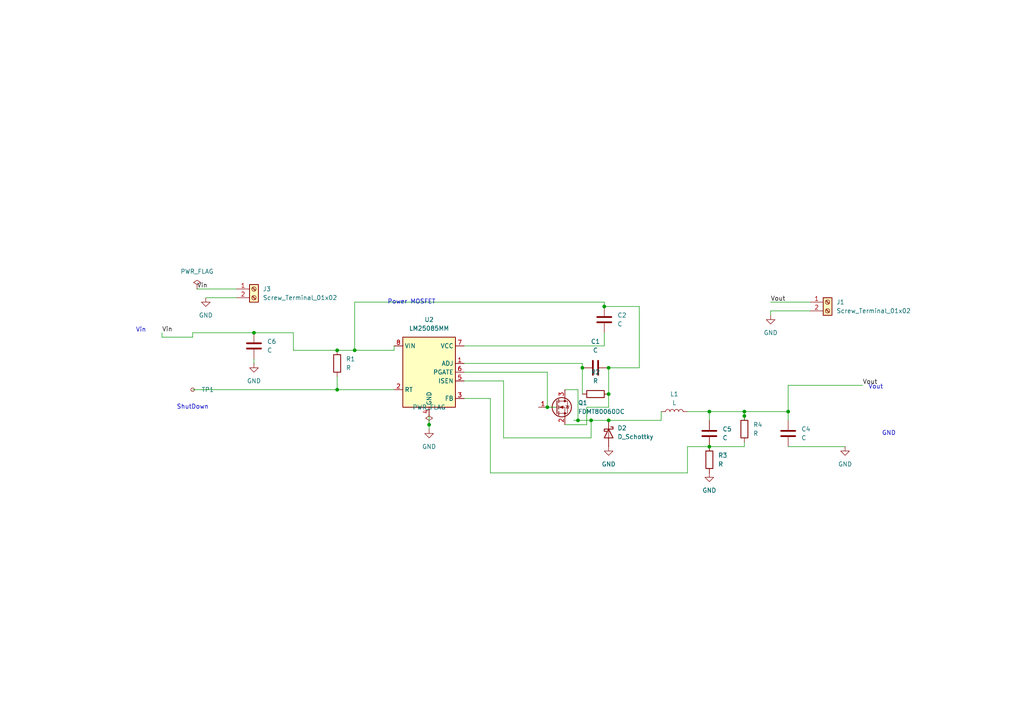
<source format=kicad_sch>
(kicad_sch
	(version 20250114)
	(generator "eeschema")
	(generator_version "9.0")
	(uuid "89853eac-c89e-402a-9158-6d9e70c89088")
	(paper "A4")
	(lib_symbols
		(symbol "Connector:Screw_Terminal_01x02"
			(pin_names
				(offset 1.016)
				(hide yes)
			)
			(exclude_from_sim no)
			(in_bom yes)
			(on_board yes)
			(property "Reference" "J"
				(at 0 2.54 0)
				(effects
					(font
						(size 1.27 1.27)
					)
				)
			)
			(property "Value" "Screw_Terminal_01x02"
				(at 0 -5.08 0)
				(effects
					(font
						(size 1.27 1.27)
					)
				)
			)
			(property "Footprint" ""
				(at 0 0 0)
				(effects
					(font
						(size 1.27 1.27)
					)
					(hide yes)
				)
			)
			(property "Datasheet" "~"
				(at 0 0 0)
				(effects
					(font
						(size 1.27 1.27)
					)
					(hide yes)
				)
			)
			(property "Description" "Generic screw terminal, single row, 01x02, script generated (kicad-library-utils/schlib/autogen/connector/)"
				(at 0 0 0)
				(effects
					(font
						(size 1.27 1.27)
					)
					(hide yes)
				)
			)
			(property "ki_keywords" "screw terminal"
				(at 0 0 0)
				(effects
					(font
						(size 1.27 1.27)
					)
					(hide yes)
				)
			)
			(property "ki_fp_filters" "TerminalBlock*:*"
				(at 0 0 0)
				(effects
					(font
						(size 1.27 1.27)
					)
					(hide yes)
				)
			)
			(symbol "Screw_Terminal_01x02_1_1"
				(rectangle
					(start -1.27 1.27)
					(end 1.27 -3.81)
					(stroke
						(width 0.254)
						(type default)
					)
					(fill
						(type background)
					)
				)
				(polyline
					(pts
						(xy -0.5334 0.3302) (xy 0.3302 -0.508)
					)
					(stroke
						(width 0.1524)
						(type default)
					)
					(fill
						(type none)
					)
				)
				(polyline
					(pts
						(xy -0.5334 -2.2098) (xy 0.3302 -3.048)
					)
					(stroke
						(width 0.1524)
						(type default)
					)
					(fill
						(type none)
					)
				)
				(polyline
					(pts
						(xy -0.3556 0.508) (xy 0.508 -0.3302)
					)
					(stroke
						(width 0.1524)
						(type default)
					)
					(fill
						(type none)
					)
				)
				(polyline
					(pts
						(xy -0.3556 -2.032) (xy 0.508 -2.8702)
					)
					(stroke
						(width 0.1524)
						(type default)
					)
					(fill
						(type none)
					)
				)
				(circle
					(center 0 0)
					(radius 0.635)
					(stroke
						(width 0.1524)
						(type default)
					)
					(fill
						(type none)
					)
				)
				(circle
					(center 0 -2.54)
					(radius 0.635)
					(stroke
						(width 0.1524)
						(type default)
					)
					(fill
						(type none)
					)
				)
				(pin passive line
					(at -5.08 0 0)
					(length 3.81)
					(name "Pin_1"
						(effects
							(font
								(size 1.27 1.27)
							)
						)
					)
					(number "1"
						(effects
							(font
								(size 1.27 1.27)
							)
						)
					)
				)
				(pin passive line
					(at -5.08 -2.54 0)
					(length 3.81)
					(name "Pin_2"
						(effects
							(font
								(size 1.27 1.27)
							)
						)
					)
					(number "2"
						(effects
							(font
								(size 1.27 1.27)
							)
						)
					)
				)
			)
			(embedded_fonts no)
		)
		(symbol "Device:C"
			(pin_numbers
				(hide yes)
			)
			(pin_names
				(offset 0.254)
			)
			(exclude_from_sim no)
			(in_bom yes)
			(on_board yes)
			(property "Reference" "C"
				(at 0.635 2.54 0)
				(effects
					(font
						(size 1.27 1.27)
					)
					(justify left)
				)
			)
			(property "Value" "C"
				(at 0.635 -2.54 0)
				(effects
					(font
						(size 1.27 1.27)
					)
					(justify left)
				)
			)
			(property "Footprint" ""
				(at 0.9652 -3.81 0)
				(effects
					(font
						(size 1.27 1.27)
					)
					(hide yes)
				)
			)
			(property "Datasheet" "~"
				(at 0 0 0)
				(effects
					(font
						(size 1.27 1.27)
					)
					(hide yes)
				)
			)
			(property "Description" "Unpolarized capacitor"
				(at 0 0 0)
				(effects
					(font
						(size 1.27 1.27)
					)
					(hide yes)
				)
			)
			(property "ki_keywords" "cap capacitor"
				(at 0 0 0)
				(effects
					(font
						(size 1.27 1.27)
					)
					(hide yes)
				)
			)
			(property "ki_fp_filters" "C_*"
				(at 0 0 0)
				(effects
					(font
						(size 1.27 1.27)
					)
					(hide yes)
				)
			)
			(symbol "C_0_1"
				(polyline
					(pts
						(xy -2.032 0.762) (xy 2.032 0.762)
					)
					(stroke
						(width 0.508)
						(type default)
					)
					(fill
						(type none)
					)
				)
				(polyline
					(pts
						(xy -2.032 -0.762) (xy 2.032 -0.762)
					)
					(stroke
						(width 0.508)
						(type default)
					)
					(fill
						(type none)
					)
				)
			)
			(symbol "C_1_1"
				(pin passive line
					(at 0 3.81 270)
					(length 2.794)
					(name "~"
						(effects
							(font
								(size 1.27 1.27)
							)
						)
					)
					(number "1"
						(effects
							(font
								(size 1.27 1.27)
							)
						)
					)
				)
				(pin passive line
					(at 0 -3.81 90)
					(length 2.794)
					(name "~"
						(effects
							(font
								(size 1.27 1.27)
							)
						)
					)
					(number "2"
						(effects
							(font
								(size 1.27 1.27)
							)
						)
					)
				)
			)
			(embedded_fonts no)
		)
		(symbol "Device:D_Schottky"
			(pin_numbers
				(hide yes)
			)
			(pin_names
				(offset 1.016)
				(hide yes)
			)
			(exclude_from_sim no)
			(in_bom yes)
			(on_board yes)
			(property "Reference" "D"
				(at 0 2.54 0)
				(effects
					(font
						(size 1.27 1.27)
					)
				)
			)
			(property "Value" "D_Schottky"
				(at 0 -2.54 0)
				(effects
					(font
						(size 1.27 1.27)
					)
				)
			)
			(property "Footprint" ""
				(at 0 0 0)
				(effects
					(font
						(size 1.27 1.27)
					)
					(hide yes)
				)
			)
			(property "Datasheet" "~"
				(at 0 0 0)
				(effects
					(font
						(size 1.27 1.27)
					)
					(hide yes)
				)
			)
			(property "Description" "Schottky diode"
				(at 0 0 0)
				(effects
					(font
						(size 1.27 1.27)
					)
					(hide yes)
				)
			)
			(property "ki_keywords" "diode Schottky"
				(at 0 0 0)
				(effects
					(font
						(size 1.27 1.27)
					)
					(hide yes)
				)
			)
			(property "ki_fp_filters" "TO-???* *_Diode_* *SingleDiode* D_*"
				(at 0 0 0)
				(effects
					(font
						(size 1.27 1.27)
					)
					(hide yes)
				)
			)
			(symbol "D_Schottky_0_1"
				(polyline
					(pts
						(xy -1.905 0.635) (xy -1.905 1.27) (xy -1.27 1.27) (xy -1.27 -1.27) (xy -0.635 -1.27) (xy -0.635 -0.635)
					)
					(stroke
						(width 0.254)
						(type default)
					)
					(fill
						(type none)
					)
				)
				(polyline
					(pts
						(xy 1.27 1.27) (xy 1.27 -1.27) (xy -1.27 0) (xy 1.27 1.27)
					)
					(stroke
						(width 0.254)
						(type default)
					)
					(fill
						(type none)
					)
				)
				(polyline
					(pts
						(xy 1.27 0) (xy -1.27 0)
					)
					(stroke
						(width 0)
						(type default)
					)
					(fill
						(type none)
					)
				)
			)
			(symbol "D_Schottky_1_1"
				(pin passive line
					(at -3.81 0 0)
					(length 2.54)
					(name "K"
						(effects
							(font
								(size 1.27 1.27)
							)
						)
					)
					(number "1"
						(effects
							(font
								(size 1.27 1.27)
							)
						)
					)
				)
				(pin passive line
					(at 3.81 0 180)
					(length 2.54)
					(name "A"
						(effects
							(font
								(size 1.27 1.27)
							)
						)
					)
					(number "2"
						(effects
							(font
								(size 1.27 1.27)
							)
						)
					)
				)
			)
			(embedded_fonts no)
		)
		(symbol "Device:L"
			(pin_numbers
				(hide yes)
			)
			(pin_names
				(offset 1.016)
				(hide yes)
			)
			(exclude_from_sim no)
			(in_bom yes)
			(on_board yes)
			(property "Reference" "L"
				(at -1.27 0 90)
				(effects
					(font
						(size 1.27 1.27)
					)
				)
			)
			(property "Value" "L"
				(at 1.905 0 90)
				(effects
					(font
						(size 1.27 1.27)
					)
				)
			)
			(property "Footprint" ""
				(at 0 0 0)
				(effects
					(font
						(size 1.27 1.27)
					)
					(hide yes)
				)
			)
			(property "Datasheet" "~"
				(at 0 0 0)
				(effects
					(font
						(size 1.27 1.27)
					)
					(hide yes)
				)
			)
			(property "Description" "Inductor"
				(at 0 0 0)
				(effects
					(font
						(size 1.27 1.27)
					)
					(hide yes)
				)
			)
			(property "ki_keywords" "inductor choke coil reactor magnetic"
				(at 0 0 0)
				(effects
					(font
						(size 1.27 1.27)
					)
					(hide yes)
				)
			)
			(property "ki_fp_filters" "Choke_* *Coil* Inductor_* L_*"
				(at 0 0 0)
				(effects
					(font
						(size 1.27 1.27)
					)
					(hide yes)
				)
			)
			(symbol "L_0_1"
				(arc
					(start 0 2.54)
					(mid 0.6323 1.905)
					(end 0 1.27)
					(stroke
						(width 0)
						(type default)
					)
					(fill
						(type none)
					)
				)
				(arc
					(start 0 1.27)
					(mid 0.6323 0.635)
					(end 0 0)
					(stroke
						(width 0)
						(type default)
					)
					(fill
						(type none)
					)
				)
				(arc
					(start 0 0)
					(mid 0.6323 -0.635)
					(end 0 -1.27)
					(stroke
						(width 0)
						(type default)
					)
					(fill
						(type none)
					)
				)
				(arc
					(start 0 -1.27)
					(mid 0.6323 -1.905)
					(end 0 -2.54)
					(stroke
						(width 0)
						(type default)
					)
					(fill
						(type none)
					)
				)
			)
			(symbol "L_1_1"
				(pin passive line
					(at 0 3.81 270)
					(length 1.27)
					(name "1"
						(effects
							(font
								(size 1.27 1.27)
							)
						)
					)
					(number "1"
						(effects
							(font
								(size 1.27 1.27)
							)
						)
					)
				)
				(pin passive line
					(at 0 -3.81 90)
					(length 1.27)
					(name "2"
						(effects
							(font
								(size 1.27 1.27)
							)
						)
					)
					(number "2"
						(effects
							(font
								(size 1.27 1.27)
							)
						)
					)
				)
			)
			(embedded_fonts no)
		)
		(symbol "Device:R"
			(pin_numbers
				(hide yes)
			)
			(pin_names
				(offset 0)
			)
			(exclude_from_sim no)
			(in_bom yes)
			(on_board yes)
			(property "Reference" "R"
				(at 2.032 0 90)
				(effects
					(font
						(size 1.27 1.27)
					)
				)
			)
			(property "Value" "R"
				(at 0 0 90)
				(effects
					(font
						(size 1.27 1.27)
					)
				)
			)
			(property "Footprint" ""
				(at -1.778 0 90)
				(effects
					(font
						(size 1.27 1.27)
					)
					(hide yes)
				)
			)
			(property "Datasheet" "~"
				(at 0 0 0)
				(effects
					(font
						(size 1.27 1.27)
					)
					(hide yes)
				)
			)
			(property "Description" "Resistor"
				(at 0 0 0)
				(effects
					(font
						(size 1.27 1.27)
					)
					(hide yes)
				)
			)
			(property "ki_keywords" "R res resistor"
				(at 0 0 0)
				(effects
					(font
						(size 1.27 1.27)
					)
					(hide yes)
				)
			)
			(property "ki_fp_filters" "R_*"
				(at 0 0 0)
				(effects
					(font
						(size 1.27 1.27)
					)
					(hide yes)
				)
			)
			(symbol "R_0_1"
				(rectangle
					(start -1.016 -2.54)
					(end 1.016 2.54)
					(stroke
						(width 0.254)
						(type default)
					)
					(fill
						(type none)
					)
				)
			)
			(symbol "R_1_1"
				(pin passive line
					(at 0 3.81 270)
					(length 1.27)
					(name "~"
						(effects
							(font
								(size 1.27 1.27)
							)
						)
					)
					(number "1"
						(effects
							(font
								(size 1.27 1.27)
							)
						)
					)
				)
				(pin passive line
					(at 0 -3.81 90)
					(length 1.27)
					(name "~"
						(effects
							(font
								(size 1.27 1.27)
							)
						)
					)
					(number "2"
						(effects
							(font
								(size 1.27 1.27)
							)
						)
					)
				)
			)
			(embedded_fonts no)
		)
		(symbol "Regulator_Switching:LM25085MM"
			(exclude_from_sim no)
			(in_bom yes)
			(on_board yes)
			(property "Reference" "U"
				(at -7.62 11.43 0)
				(effects
					(font
						(size 1.27 1.27)
					)
					(justify left)
				)
			)
			(property "Value" "LM25085MM"
				(at -1.27 11.43 0)
				(effects
					(font
						(size 1.27 1.27)
					)
					(justify left)
				)
			)
			(property "Footprint" "Package_SO:MSOP-8_3x3mm_P0.65mm"
				(at 1.27 -11.43 0)
				(effects
					(font
						(size 1.27 1.27)
						(italic yes)
					)
					(justify left)
					(hide yes)
				)
			)
			(property "Datasheet" "http://www.ti.com/lit/ds/symlink/lm25085.pdf"
				(at 0 0 0)
				(effects
					(font
						(size 1.27 1.27)
					)
					(hide yes)
				)
			)
			(property "Description" "42V Constant On-Time PFET Buck Switching Controller, MSOP-8"
				(at 0 0 0)
				(effects
					(font
						(size 1.27 1.27)
					)
					(hide yes)
				)
			)
			(property "ki_keywords" "buck switching controller"
				(at 0 0 0)
				(effects
					(font
						(size 1.27 1.27)
					)
					(hide yes)
				)
			)
			(property "ki_fp_filters" "MSOP*3x3mm*P0.65mm*"
				(at 0 0 0)
				(effects
					(font
						(size 1.27 1.27)
					)
					(hide yes)
				)
			)
			(symbol "LM25085MM_0_1"
				(rectangle
					(start -7.62 10.16)
					(end 7.62 -10.16)
					(stroke
						(width 0.254)
						(type default)
					)
					(fill
						(type background)
					)
				)
			)
			(symbol "LM25085MM_1_1"
				(pin power_in line
					(at -10.16 7.62 0)
					(length 2.54)
					(name "VIN"
						(effects
							(font
								(size 1.27 1.27)
							)
						)
					)
					(number "8"
						(effects
							(font
								(size 1.27 1.27)
							)
						)
					)
				)
				(pin input line
					(at -10.16 -5.08 0)
					(length 2.54)
					(name "RT"
						(effects
							(font
								(size 1.27 1.27)
							)
						)
					)
					(number "2"
						(effects
							(font
								(size 1.27 1.27)
							)
						)
					)
				)
				(pin power_in line
					(at 0 -12.7 90)
					(length 2.54)
					(name "GND"
						(effects
							(font
								(size 1.27 1.27)
							)
						)
					)
					(number "4"
						(effects
							(font
								(size 1.27 1.27)
							)
						)
					)
				)
				(pin power_out line
					(at 10.16 7.62 180)
					(length 2.54)
					(name "VCC"
						(effects
							(font
								(size 1.27 1.27)
							)
						)
					)
					(number "7"
						(effects
							(font
								(size 1.27 1.27)
							)
						)
					)
				)
				(pin input line
					(at 10.16 2.54 180)
					(length 2.54)
					(name "ADJ"
						(effects
							(font
								(size 1.27 1.27)
							)
						)
					)
					(number "1"
						(effects
							(font
								(size 1.27 1.27)
							)
						)
					)
				)
				(pin output line
					(at 10.16 0 180)
					(length 2.54)
					(name "PGATE"
						(effects
							(font
								(size 1.27 1.27)
							)
						)
					)
					(number "6"
						(effects
							(font
								(size 1.27 1.27)
							)
						)
					)
				)
				(pin input line
					(at 10.16 -2.54 180)
					(length 2.54)
					(name "ISEN"
						(effects
							(font
								(size 1.27 1.27)
							)
						)
					)
					(number "5"
						(effects
							(font
								(size 1.27 1.27)
							)
						)
					)
				)
				(pin input line
					(at 10.16 -7.62 180)
					(length 2.54)
					(name "FB"
						(effects
							(font
								(size 1.27 1.27)
							)
						)
					)
					(number "3"
						(effects
							(font
								(size 1.27 1.27)
							)
						)
					)
				)
			)
			(embedded_fonts no)
		)
		(symbol "Transistor_FET:FDMT80060DC"
			(pin_names
				(hide yes)
			)
			(exclude_from_sim no)
			(in_bom yes)
			(on_board yes)
			(property "Reference" "Q"
				(at 5.08 1.905 0)
				(effects
					(font
						(size 1.27 1.27)
					)
					(justify left)
				)
			)
			(property "Value" "FDMT80060DC"
				(at 5.08 0 0)
				(effects
					(font
						(size 1.27 1.27)
					)
					(justify left)
				)
			)
			(property "Footprint" "Package_TO_SOT_SMD:PQFN_8x8"
				(at 5.08 -1.905 0)
				(effects
					(font
						(size 1.27 1.27)
						(italic yes)
					)
					(justify left)
					(hide yes)
				)
			)
			(property "Datasheet" "https://www.onsemi.com/pub/Collateral/FDMT80060DC-D.pdf"
				(at 5.08 -3.81 0)
				(effects
					(font
						(size 1.27 1.27)
					)
					(justify left)
					(hide yes)
				)
			)
			(property "Description" "43A Id, 60V Vds, PowerTrench N-Channel Power MOSFET, 6.9mOhm Ron, Qg (typ) 7.9nC 8x8mm MLP"
				(at 0 0 0)
				(effects
					(font
						(size 1.27 1.27)
					)
					(hide yes)
				)
			)
			(property "ki_keywords" "PowerTrench Power MOSFET N-MOS"
				(at 0 0 0)
				(effects
					(font
						(size 1.27 1.27)
					)
					(hide yes)
				)
			)
			(property "ki_fp_filters" "PQFN*8x8*"
				(at 0 0 0)
				(effects
					(font
						(size 1.27 1.27)
					)
					(hide yes)
				)
			)
			(symbol "FDMT80060DC_0_1"
				(polyline
					(pts
						(xy 0.254 1.905) (xy 0.254 -1.905)
					)
					(stroke
						(width 0.254)
						(type default)
					)
					(fill
						(type none)
					)
				)
				(polyline
					(pts
						(xy 0.254 0) (xy -2.54 0)
					)
					(stroke
						(width 0)
						(type default)
					)
					(fill
						(type none)
					)
				)
				(polyline
					(pts
						(xy 0.762 2.286) (xy 0.762 1.27)
					)
					(stroke
						(width 0.254)
						(type default)
					)
					(fill
						(type none)
					)
				)
				(polyline
					(pts
						(xy 0.762 0.508) (xy 0.762 -0.508)
					)
					(stroke
						(width 0.254)
						(type default)
					)
					(fill
						(type none)
					)
				)
				(polyline
					(pts
						(xy 0.762 -1.27) (xy 0.762 -2.286)
					)
					(stroke
						(width 0.254)
						(type default)
					)
					(fill
						(type none)
					)
				)
				(polyline
					(pts
						(xy 0.762 -1.778) (xy 3.302 -1.778) (xy 3.302 1.778) (xy 0.762 1.778)
					)
					(stroke
						(width 0)
						(type default)
					)
					(fill
						(type none)
					)
				)
				(polyline
					(pts
						(xy 1.016 0) (xy 2.032 0.381) (xy 2.032 -0.381) (xy 1.016 0)
					)
					(stroke
						(width 0)
						(type default)
					)
					(fill
						(type outline)
					)
				)
				(circle
					(center 1.651 0)
					(radius 2.794)
					(stroke
						(width 0.254)
						(type default)
					)
					(fill
						(type none)
					)
				)
				(polyline
					(pts
						(xy 2.54 2.54) (xy 2.54 1.778)
					)
					(stroke
						(width 0)
						(type default)
					)
					(fill
						(type none)
					)
				)
				(circle
					(center 2.54 1.778)
					(radius 0.254)
					(stroke
						(width 0)
						(type default)
					)
					(fill
						(type outline)
					)
				)
				(circle
					(center 2.54 -1.778)
					(radius 0.254)
					(stroke
						(width 0)
						(type default)
					)
					(fill
						(type outline)
					)
				)
				(polyline
					(pts
						(xy 2.54 -2.54) (xy 2.54 0) (xy 0.762 0)
					)
					(stroke
						(width 0)
						(type default)
					)
					(fill
						(type none)
					)
				)
				(polyline
					(pts
						(xy 2.794 0.508) (xy 2.921 0.381) (xy 3.683 0.381) (xy 3.81 0.254)
					)
					(stroke
						(width 0)
						(type default)
					)
					(fill
						(type none)
					)
				)
				(polyline
					(pts
						(xy 3.302 0.381) (xy 2.921 -0.254) (xy 3.683 -0.254) (xy 3.302 0.381)
					)
					(stroke
						(width 0)
						(type default)
					)
					(fill
						(type none)
					)
				)
			)
			(symbol "FDMT80060DC_1_1"
				(pin passive line
					(at -5.08 0 0)
					(length 2.54)
					(name "G"
						(effects
							(font
								(size 1.27 1.27)
							)
						)
					)
					(number "1"
						(effects
							(font
								(size 1.27 1.27)
							)
						)
					)
				)
				(pin passive line
					(at 2.54 5.08 270)
					(length 2.54)
					(name "D"
						(effects
							(font
								(size 1.27 1.27)
							)
						)
					)
					(number "3"
						(effects
							(font
								(size 1.27 1.27)
							)
						)
					)
				)
				(pin passive line
					(at 2.54 -5.08 90)
					(length 2.54)
					(name "S"
						(effects
							(font
								(size 1.27 1.27)
							)
						)
					)
					(number "2"
						(effects
							(font
								(size 1.27 1.27)
							)
						)
					)
				)
			)
			(embedded_fonts no)
		)
		(symbol "power:GND"
			(power)
			(pin_numbers
				(hide yes)
			)
			(pin_names
				(offset 0)
				(hide yes)
			)
			(exclude_from_sim no)
			(in_bom yes)
			(on_board yes)
			(property "Reference" "#PWR"
				(at 0 -6.35 0)
				(effects
					(font
						(size 1.27 1.27)
					)
					(hide yes)
				)
			)
			(property "Value" "GND"
				(at 0 -3.81 0)
				(effects
					(font
						(size 1.27 1.27)
					)
				)
			)
			(property "Footprint" ""
				(at 0 0 0)
				(effects
					(font
						(size 1.27 1.27)
					)
					(hide yes)
				)
			)
			(property "Datasheet" ""
				(at 0 0 0)
				(effects
					(font
						(size 1.27 1.27)
					)
					(hide yes)
				)
			)
			(property "Description" "Power symbol creates a global label with name \"GND\" , ground"
				(at 0 0 0)
				(effects
					(font
						(size 1.27 1.27)
					)
					(hide yes)
				)
			)
			(property "ki_keywords" "global power"
				(at 0 0 0)
				(effects
					(font
						(size 1.27 1.27)
					)
					(hide yes)
				)
			)
			(symbol "GND_0_1"
				(polyline
					(pts
						(xy 0 0) (xy 0 -1.27) (xy 1.27 -1.27) (xy 0 -2.54) (xy -1.27 -1.27) (xy 0 -1.27)
					)
					(stroke
						(width 0)
						(type default)
					)
					(fill
						(type none)
					)
				)
			)
			(symbol "GND_1_1"
				(pin power_in line
					(at 0 0 270)
					(length 0)
					(name "~"
						(effects
							(font
								(size 1.27 1.27)
							)
						)
					)
					(number "1"
						(effects
							(font
								(size 1.27 1.27)
							)
						)
					)
				)
			)
			(embedded_fonts no)
		)
		(symbol "power:PWR_FLAG"
			(power)
			(pin_numbers
				(hide yes)
			)
			(pin_names
				(offset 0)
				(hide yes)
			)
			(exclude_from_sim no)
			(in_bom yes)
			(on_board yes)
			(property "Reference" "#FLG"
				(at 0 1.905 0)
				(effects
					(font
						(size 1.27 1.27)
					)
					(hide yes)
				)
			)
			(property "Value" "PWR_FLAG"
				(at 0 3.81 0)
				(effects
					(font
						(size 1.27 1.27)
					)
				)
			)
			(property "Footprint" ""
				(at 0 0 0)
				(effects
					(font
						(size 1.27 1.27)
					)
					(hide yes)
				)
			)
			(property "Datasheet" "~"
				(at 0 0 0)
				(effects
					(font
						(size 1.27 1.27)
					)
					(hide yes)
				)
			)
			(property "Description" "Special symbol for telling ERC where power comes from"
				(at 0 0 0)
				(effects
					(font
						(size 1.27 1.27)
					)
					(hide yes)
				)
			)
			(property "ki_keywords" "flag power"
				(at 0 0 0)
				(effects
					(font
						(size 1.27 1.27)
					)
					(hide yes)
				)
			)
			(symbol "PWR_FLAG_0_0"
				(pin power_out line
					(at 0 0 90)
					(length 0)
					(name "~"
						(effects
							(font
								(size 1.27 1.27)
							)
						)
					)
					(number "1"
						(effects
							(font
								(size 1.27 1.27)
							)
						)
					)
				)
			)
			(symbol "PWR_FLAG_0_1"
				(polyline
					(pts
						(xy 0 0) (xy 0 1.27) (xy -1.016 1.905) (xy 0 2.54) (xy 1.016 1.905) (xy 0 1.27)
					)
					(stroke
						(width 0)
						(type default)
					)
					(fill
						(type none)
					)
				)
			)
			(embedded_fonts no)
		)
		(symbol "rsx_Capacitors:1u"
			(pin_numbers
				(hide yes)
			)
			(pin_names
				(offset 0.254)
			)
			(exclude_from_sim no)
			(in_bom yes)
			(on_board yes)
			(property "Reference" "C"
				(at 0.635 2.54 0)
				(effects
					(font
						(size 1.27 1.27)
					)
					(justify left)
				)
			)
			(property "Value" "1u"
				(at 0.635 -2.54 0)
				(effects
					(font
						(size 1.27 1.27)
					)
					(justify left)
				)
			)
			(property "Footprint" "rsx_capacitors:C_0805_2012Metric"
				(at 0.9652 -3.81 0)
				(effects
					(font
						(size 1.27 1.27)
					)
					(hide yes)
				)
			)
			(property "Datasheet" "~"
				(at 0 0 0)
				(effects
					(font
						(size 1.27 1.27)
					)
					(hide yes)
				)
			)
			(property "Description" "CAP CER 1UF 50V X7R 0805"
				(at 0 0 0)
				(effects
					(font
						(size 1.27 1.27)
					)
					(hide yes)
				)
			)
			(property "MFR" "Samsung Electro-Mechanics"
				(at 0 0 0)
				(effects
					(font
						(size 1.27 1.27)
					)
					(hide yes)
				)
			)
			(property "DPN" "1276-1029-1-ND"
				(at 0 0 0)
				(effects
					(font
						(size 1.27 1.27)
					)
					(hide yes)
				)
			)
			(property "MPN" "CL21B105KBFNNNE"
				(at 0 0 0)
				(effects
					(font
						(size 1.27 1.27)
					)
					(hide yes)
				)
			)
			(property "ki_keywords" "cap capacitor"
				(at 0 0 0)
				(effects
					(font
						(size 1.27 1.27)
					)
					(hide yes)
				)
			)
			(property "ki_fp_filters" "C_*"
				(at 0 0 0)
				(effects
					(font
						(size 1.27 1.27)
					)
					(hide yes)
				)
			)
			(symbol "1u_0_1"
				(polyline
					(pts
						(xy -2.032 0.762) (xy 2.032 0.762)
					)
					(stroke
						(width 0.508)
						(type default)
					)
					(fill
						(type none)
					)
				)
				(polyline
					(pts
						(xy -2.032 -0.762) (xy 2.032 -0.762)
					)
					(stroke
						(width 0.508)
						(type default)
					)
					(fill
						(type none)
					)
				)
			)
			(symbol "1u_1_1"
				(pin passive line
					(at 0 3.81 270)
					(length 2.794)
					(name "~"
						(effects
							(font
								(size 1.27 1.27)
							)
						)
					)
					(number "1"
						(effects
							(font
								(size 1.27 1.27)
							)
						)
					)
				)
				(pin passive line
					(at 0 -3.81 90)
					(length 2.794)
					(name "~"
						(effects
							(font
								(size 1.27 1.27)
							)
						)
					)
					(number "2"
						(effects
							(font
								(size 1.27 1.27)
							)
						)
					)
				)
			)
			(embedded_fonts no)
		)
		(symbol "rsx_misc:TestPoint_Small"
			(pin_numbers
				(hide yes)
			)
			(pin_names
				(offset 0.762)
				(hide yes)
			)
			(exclude_from_sim no)
			(in_bom no)
			(on_board yes)
			(property "Reference" "TP"
				(at 0 3.81 0)
				(effects
					(font
						(size 1.27 1.27)
					)
				)
			)
			(property "Value" "TestPoint_Small"
				(at 0 2.032 0)
				(effects
					(font
						(size 1.27 1.27)
					)
					(hide yes)
				)
			)
			(property "Footprint" "rsx_misc:TestPoint_Pad_D1.0mm"
				(at 5.08 0 0)
				(effects
					(font
						(size 1.27 1.27)
					)
					(hide yes)
				)
			)
			(property "Datasheet" "~"
				(at 5.08 0 0)
				(effects
					(font
						(size 1.27 1.27)
					)
					(hide yes)
				)
			)
			(property "Description" "test point"
				(at 0 0 0)
				(effects
					(font
						(size 1.27 1.27)
					)
					(hide yes)
				)
			)
			(property "ki_keywords" "test point tp"
				(at 0 0 0)
				(effects
					(font
						(size 1.27 1.27)
					)
					(hide yes)
				)
			)
			(property "ki_fp_filters" "Pin* Test*"
				(at 0 0 0)
				(effects
					(font
						(size 1.27 1.27)
					)
					(hide yes)
				)
			)
			(symbol "TestPoint_Small_0_1"
				(circle
					(center 0 0)
					(radius 0.508)
					(stroke
						(width 0)
						(type default)
					)
					(fill
						(type none)
					)
				)
			)
			(symbol "TestPoint_Small_1_1"
				(pin passive line
					(at 0 0 90)
					(length 0)
					(name "1"
						(effects
							(font
								(size 1.27 1.27)
							)
						)
					)
					(number "1"
						(effects
							(font
								(size 1.27 1.27)
							)
						)
					)
				)
			)
			(embedded_fonts no)
		)
	)
	(text "GND"
		(exclude_from_sim no)
		(at 257.81 125.73 0)
		(effects
			(font
				(size 1.27 1.27)
			)
		)
		(uuid "12aec6aa-af83-4ee0-a7cd-0ef33e7840ae")
	)
	(text "Vin\n"
		(exclude_from_sim no)
		(at 40.894 95.758 0)
		(effects
			(font
				(size 1.27 1.27)
			)
		)
		(uuid "2f059902-0cf6-4bd4-b1a5-7cf81681452d")
	)
	(text "Vout"
		(exclude_from_sim no)
		(at 254 112.268 0)
		(effects
			(font
				(size 1.27 1.27)
			)
		)
		(uuid "4a44f74b-4285-4095-a2e0-c6d886c5891f")
	)
	(text "Power MOSFET"
		(exclude_from_sim no)
		(at 119.38 87.63 0)
		(effects
			(font
				(size 1.27 1.27)
			)
		)
		(uuid "53969d7e-2bf6-427a-bbb1-d5ffa0ef3f61")
	)
	(text "ShutDown\n"
		(exclude_from_sim no)
		(at 55.88 118.11 0)
		(effects
			(font
				(size 1.27 1.27)
			)
		)
		(uuid "c1d85c8f-9200-47bf-8316-a6cf69246499")
	)
	(junction
		(at 73.66 96.52)
		(diameter 0)
		(color 0 0 0 0)
		(uuid "01a34bc7-f242-4653-b976-123f0684a642")
	)
	(junction
		(at 205.74 119.38)
		(diameter 0)
		(color 0 0 0 0)
		(uuid "090b33f1-d9cf-462c-9f54-90ab29f00f5f")
	)
	(junction
		(at 176.53 114.3)
		(diameter 0)
		(color 0 0 0 0)
		(uuid "093121ff-f353-44e3-8b17-a083303856ca")
	)
	(junction
		(at 124.46 123.19)
		(diameter 0)
		(color 0 0 0 0)
		(uuid "33f4ac88-3629-4a69-9e4c-a4e4c2018ce1")
	)
	(junction
		(at 158.75 118.11)
		(diameter 0)
		(color 0 0 0 0)
		(uuid "3b881770-c1fe-4568-b47a-f0989f7fdaa0")
	)
	(junction
		(at 97.79 101.6)
		(diameter 0)
		(color 0 0 0 0)
		(uuid "421573bf-4784-4390-8df8-cd06ad219b07")
	)
	(junction
		(at 215.9 120.65)
		(diameter 0)
		(color 0 0 0 0)
		(uuid "44da2900-b508-47a7-84f0-ffa6a578872a")
	)
	(junction
		(at 171.45 121.92)
		(diameter 0)
		(color 0 0 0 0)
		(uuid "453f68cf-ac24-4b31-9de4-a9bbfc6e973d")
	)
	(junction
		(at 176.53 106.68)
		(diameter 0)
		(color 0 0 0 0)
		(uuid "62791d49-1251-4670-967b-9f636401fc51")
	)
	(junction
		(at 205.74 129.54)
		(diameter 0)
		(color 0 0 0 0)
		(uuid "635482fc-b757-4b25-89ab-8a4a52cf4e27")
	)
	(junction
		(at 176.53 121.92)
		(diameter 0)
		(color 0 0 0 0)
		(uuid "8377c03c-ef83-47ea-b076-af501e5c241e")
	)
	(junction
		(at 215.9 119.38)
		(diameter 0)
		(color 0 0 0 0)
		(uuid "8c4f6709-6e9b-4be4-b075-41fa46920323")
	)
	(junction
		(at 102.87 101.6)
		(diameter 0)
		(color 0 0 0 0)
		(uuid "8e668eb8-36be-493e-ae64-826be847ae7c")
	)
	(junction
		(at 168.91 106.68)
		(diameter 0)
		(color 0 0 0 0)
		(uuid "a29a4bdb-a458-4a8b-9b5d-d97559f5aa5e")
	)
	(junction
		(at 97.79 113.03)
		(diameter 0)
		(color 0 0 0 0)
		(uuid "a7ad5896-0094-4e7b-a9d4-8af20e52cae6")
	)
	(junction
		(at 228.6 119.38)
		(diameter 0)
		(color 0 0 0 0)
		(uuid "c6bd29b5-a159-457f-9220-543e4ee33324")
	)
	(junction
		(at 175.26 88.9)
		(diameter 0)
		(color 0 0 0 0)
		(uuid "da96847b-968c-499b-a16a-7993424bbf85")
	)
	(junction
		(at 167.64 121.92)
		(diameter 0)
		(color 0 0 0 0)
		(uuid "e03f31a9-99ec-4f2e-b44a-5dd034a7cc1b")
	)
	(wire
		(pts
			(xy 134.62 115.57) (xy 142.24 115.57)
		)
		(stroke
			(width 0)
			(type default)
		)
		(uuid "03afcba2-53c8-4f75-9b5c-7b02d8887f3f")
	)
	(wire
		(pts
			(xy 199.39 137.16) (xy 199.39 129.54)
		)
		(stroke
			(width 0)
			(type default)
		)
		(uuid "05d40365-da8b-43fe-abb5-f0bfa2ccc916")
	)
	(wire
		(pts
			(xy 124.46 124.46) (xy 124.46 123.19)
		)
		(stroke
			(width 0)
			(type default)
		)
		(uuid "067fde30-6f43-4bd7-8d0c-452148651e6b")
	)
	(wire
		(pts
			(xy 163.83 123.19) (xy 170.18 123.19)
		)
		(stroke
			(width 0)
			(type default)
		)
		(uuid "0c0763be-51b1-46f4-8d01-52aaa648c36c")
	)
	(wire
		(pts
			(xy 205.74 119.38) (xy 215.9 119.38)
		)
		(stroke
			(width 0)
			(type default)
		)
		(uuid "0f708370-44f5-4b6f-ae2d-fc4f45369acf")
	)
	(wire
		(pts
			(xy 199.39 129.54) (xy 205.74 129.54)
		)
		(stroke
			(width 0)
			(type default)
		)
		(uuid "1697ca61-9804-41f7-ac62-a39abe2ae5b9")
	)
	(wire
		(pts
			(xy 97.79 101.6) (xy 102.87 101.6)
		)
		(stroke
			(width 0)
			(type default)
		)
		(uuid "170b2611-efd8-4b9e-a648-24e215b407bc")
	)
	(wire
		(pts
			(xy 134.62 107.95) (xy 158.75 107.95)
		)
		(stroke
			(width 0)
			(type default)
		)
		(uuid "17a8345b-ac90-48d0-95e9-ea7310310416")
	)
	(wire
		(pts
			(xy 228.6 119.38) (xy 228.6 121.92)
		)
		(stroke
			(width 0)
			(type default)
		)
		(uuid "17e544ee-6025-493e-9d9e-860f5512ae7f")
	)
	(wire
		(pts
			(xy 167.64 121.92) (xy 171.45 121.92)
		)
		(stroke
			(width 0)
			(type default)
		)
		(uuid "1d30ca64-b116-4485-9aa0-22cfc1922bc6")
	)
	(wire
		(pts
			(xy 170.18 123.19) (xy 170.18 118.11)
		)
		(stroke
			(width 0)
			(type default)
		)
		(uuid "26dfe8f9-fc9e-4628-9354-23eb87d0141f")
	)
	(wire
		(pts
			(xy 114.3 100.33) (xy 114.3 101.6)
		)
		(stroke
			(width 0)
			(type default)
		)
		(uuid "277b2941-d24f-42df-bee7-d5133bd9c625")
	)
	(wire
		(pts
			(xy 57.15 83.82) (xy 68.58 83.82)
		)
		(stroke
			(width 0)
			(type default)
		)
		(uuid "29662613-7408-47b0-8606-413394c20c41")
	)
	(wire
		(pts
			(xy 205.74 119.38) (xy 205.74 121.92)
		)
		(stroke
			(width 0)
			(type default)
		)
		(uuid "30037977-c0a2-4e75-abb3-dea04bc81d76")
	)
	(wire
		(pts
			(xy 46.99 97.79) (xy 55.88 97.79)
		)
		(stroke
			(width 0)
			(type default)
		)
		(uuid "31e45f3b-de53-4eff-a984-cb32936afe15")
	)
	(wire
		(pts
			(xy 158.75 107.95) (xy 158.75 118.11)
		)
		(stroke
			(width 0)
			(type default)
		)
		(uuid "361fb005-c70c-44dd-a9c0-4d14bda111bc")
	)
	(wire
		(pts
			(xy 59.69 86.36) (xy 68.58 86.36)
		)
		(stroke
			(width 0)
			(type default)
		)
		(uuid "3b3f779a-4693-4953-bc2f-9125bd113fb7")
	)
	(wire
		(pts
			(xy 215.9 119.38) (xy 215.9 120.65)
		)
		(stroke
			(width 0)
			(type default)
		)
		(uuid "3c644830-8e3a-41af-869f-97a2f748d537")
	)
	(wire
		(pts
			(xy 55.88 97.79) (xy 55.88 96.52)
		)
		(stroke
			(width 0)
			(type default)
		)
		(uuid "3dc0a3b0-16ab-44bc-8270-9d832584d660")
	)
	(wire
		(pts
			(xy 73.66 105.41) (xy 73.66 104.14)
		)
		(stroke
			(width 0)
			(type default)
		)
		(uuid "3e4ff1b4-4ac0-4c11-b8a8-16e1bb94dd4d")
	)
	(wire
		(pts
			(xy 199.39 119.38) (xy 205.74 119.38)
		)
		(stroke
			(width 0)
			(type default)
		)
		(uuid "45fcf1ae-53d4-470f-af9c-fcb19233b901")
	)
	(wire
		(pts
			(xy 114.3 101.6) (xy 102.87 101.6)
		)
		(stroke
			(width 0)
			(type default)
		)
		(uuid "46ff51c9-0a19-4687-bd35-1c1ed59c7f1c")
	)
	(wire
		(pts
			(xy 142.24 137.16) (xy 199.39 137.16)
		)
		(stroke
			(width 0)
			(type default)
		)
		(uuid "4cbf3f9b-f54c-4f2e-bf35-1704d8215fc5")
	)
	(wire
		(pts
			(xy 97.79 113.03) (xy 114.3 113.03)
		)
		(stroke
			(width 0)
			(type default)
		)
		(uuid "4da977ef-f919-419f-bf6d-204479389632")
	)
	(wire
		(pts
			(xy 55.88 96.52) (xy 73.66 96.52)
		)
		(stroke
			(width 0)
			(type default)
		)
		(uuid "517dc2a8-0b30-401d-a6ed-c1d2872a2478")
	)
	(wire
		(pts
			(xy 134.62 110.49) (xy 146.05 110.49)
		)
		(stroke
			(width 0)
			(type default)
		)
		(uuid "5781aa29-b876-4d56-8f18-e0c23dfb73c7")
	)
	(wire
		(pts
			(xy 205.74 129.54) (xy 215.9 129.54)
		)
		(stroke
			(width 0)
			(type default)
		)
		(uuid "599d8997-352d-4cc7-ac3c-0b15b46e5a77")
	)
	(wire
		(pts
			(xy 228.6 111.76) (xy 250.19 111.76)
		)
		(stroke
			(width 0)
			(type default)
		)
		(uuid "62ce6338-36c9-48b6-83fe-275f5016bc3a")
	)
	(wire
		(pts
			(xy 228.6 129.54) (xy 245.11 129.54)
		)
		(stroke
			(width 0)
			(type default)
		)
		(uuid "63bc4cd4-f2b0-4a1c-aa69-39be4403537f")
	)
	(wire
		(pts
			(xy 163.83 113.03) (xy 167.64 113.03)
		)
		(stroke
			(width 0)
			(type default)
		)
		(uuid "6aa88b18-046b-4692-8c35-a0a834dc05bb")
	)
	(wire
		(pts
			(xy 228.6 111.76) (xy 228.6 119.38)
		)
		(stroke
			(width 0)
			(type default)
		)
		(uuid "6c67f4a9-fa80-4ce6-973c-b57dac30e4bf")
	)
	(wire
		(pts
			(xy 175.26 87.63) (xy 175.26 88.9)
		)
		(stroke
			(width 0)
			(type default)
		)
		(uuid "6dd0a6cb-be71-4020-b9ec-22dceaf2a0eb")
	)
	(wire
		(pts
			(xy 175.26 88.9) (xy 185.42 88.9)
		)
		(stroke
			(width 0)
			(type default)
		)
		(uuid "6f471e16-ccf0-4dcb-b882-79072d39eb89")
	)
	(wire
		(pts
			(xy 215.9 120.65) (xy 215.9 121.92)
		)
		(stroke
			(width 0)
			(type default)
		)
		(uuid "7171fc8e-680d-492a-b66e-3451ffe5f70e")
	)
	(wire
		(pts
			(xy 176.53 114.3) (xy 176.53 118.11)
		)
		(stroke
			(width 0)
			(type default)
		)
		(uuid "73e76082-352c-4032-a0bc-2aeb184407de")
	)
	(wire
		(pts
			(xy 142.24 115.57) (xy 142.24 137.16)
		)
		(stroke
			(width 0)
			(type default)
		)
		(uuid "741c0f77-03cf-44bd-9b3b-e14ccc76479e")
	)
	(wire
		(pts
			(xy 55.88 113.03) (xy 97.79 113.03)
		)
		(stroke
			(width 0)
			(type default)
		)
		(uuid "75aea9aa-a333-4a52-97a3-9f77422009fb")
	)
	(wire
		(pts
			(xy 85.09 96.52) (xy 73.66 96.52)
		)
		(stroke
			(width 0)
			(type default)
		)
		(uuid "777655f0-eee3-41f0-963e-c22d3fd98948")
	)
	(wire
		(pts
			(xy 191.77 121.92) (xy 191.77 119.38)
		)
		(stroke
			(width 0)
			(type default)
		)
		(uuid "8519f58b-4f03-4a5c-a114-762656b0f605")
	)
	(wire
		(pts
			(xy 134.62 100.33) (xy 175.26 100.33)
		)
		(stroke
			(width 0)
			(type default)
		)
		(uuid "8e21086c-3e92-4eba-b138-9f783b77f0ed")
	)
	(wire
		(pts
			(xy 158.75 118.11) (xy 161.29 118.11)
		)
		(stroke
			(width 0)
			(type default)
		)
		(uuid "90f1847e-ecc9-482d-b6bf-40eba9440cba")
	)
	(wire
		(pts
			(xy 158.75 118.11) (xy 156.21 118.11)
		)
		(stroke
			(width 0)
			(type default)
		)
		(uuid "9102c16c-e1f4-4f07-ab6b-039703f608b4")
	)
	(wire
		(pts
			(xy 85.09 101.6) (xy 85.09 96.52)
		)
		(stroke
			(width 0)
			(type default)
		)
		(uuid "91a334c3-d817-42c2-8d4f-59cb1f023fae")
	)
	(wire
		(pts
			(xy 223.52 91.44) (xy 223.52 90.17)
		)
		(stroke
			(width 0)
			(type default)
		)
		(uuid "9a377194-2a5e-4791-a44b-e60f31ab2129")
	)
	(wire
		(pts
			(xy 223.52 90.17) (xy 234.95 90.17)
		)
		(stroke
			(width 0)
			(type default)
		)
		(uuid "ab1a206f-97b2-4a2c-89e2-3d9eb739460e")
	)
	(wire
		(pts
			(xy 134.62 105.41) (xy 168.91 105.41)
		)
		(stroke
			(width 0)
			(type default)
		)
		(uuid "af478e51-24a8-483f-8095-1d4760251035")
	)
	(wire
		(pts
			(xy 166.37 121.92) (xy 167.64 121.92)
		)
		(stroke
			(width 0)
			(type default)
		)
		(uuid "b5a3a323-b008-42fd-b09e-ac17514df9e2")
	)
	(wire
		(pts
			(xy 124.46 123.19) (xy 124.46 120.65)
		)
		(stroke
			(width 0)
			(type default)
		)
		(uuid "b629ab6c-5a28-4f44-899c-73921c004504")
	)
	(wire
		(pts
			(xy 102.87 87.63) (xy 175.26 87.63)
		)
		(stroke
			(width 0)
			(type default)
		)
		(uuid "b70e85c2-6dd5-4f2d-9c67-e6843b263414")
	)
	(wire
		(pts
			(xy 175.26 100.33) (xy 175.26 96.52)
		)
		(stroke
			(width 0)
			(type default)
		)
		(uuid "b747c2ff-7e74-46ce-ab9b-c77070582923")
	)
	(wire
		(pts
			(xy 171.45 121.92) (xy 176.53 121.92)
		)
		(stroke
			(width 0)
			(type default)
		)
		(uuid "b82ff9d8-3b5a-4560-9309-bd4092ca75b8")
	)
	(wire
		(pts
			(xy 102.87 101.6) (xy 102.87 87.63)
		)
		(stroke
			(width 0)
			(type default)
		)
		(uuid "b954fa7a-2d39-477d-a936-4a1fe0c9a35a")
	)
	(wire
		(pts
			(xy 167.64 113.03) (xy 167.64 121.92)
		)
		(stroke
			(width 0)
			(type default)
		)
		(uuid "be230f16-8d5b-4248-a6c5-14bdac5ddf4b")
	)
	(wire
		(pts
			(xy 223.52 87.63) (xy 234.95 87.63)
		)
		(stroke
			(width 0)
			(type default)
		)
		(uuid "c1a14cb3-24b3-49dd-b15a-f499563e821b")
	)
	(wire
		(pts
			(xy 170.18 118.11) (xy 176.53 118.11)
		)
		(stroke
			(width 0)
			(type default)
		)
		(uuid "c1c4a861-c08f-491a-890c-28f498d8dd7a")
	)
	(wire
		(pts
			(xy 146.05 127) (xy 171.45 127)
		)
		(stroke
			(width 0)
			(type default)
		)
		(uuid "d18526ed-8b10-473b-a57c-52737487bb31")
	)
	(wire
		(pts
			(xy 215.9 128.27) (xy 215.9 129.54)
		)
		(stroke
			(width 0)
			(type default)
		)
		(uuid "d4bbb94b-166b-4bd8-902f-7f83c9dd99d0")
	)
	(wire
		(pts
			(xy 176.53 106.68) (xy 176.53 114.3)
		)
		(stroke
			(width 0)
			(type default)
		)
		(uuid "d634dc44-016a-4528-ab48-710f79122296")
	)
	(wire
		(pts
			(xy 171.45 127) (xy 171.45 121.92)
		)
		(stroke
			(width 0)
			(type default)
		)
		(uuid "d9a5905c-3297-447a-9117-e6224248ebd5")
	)
	(wire
		(pts
			(xy 146.05 110.49) (xy 146.05 127)
		)
		(stroke
			(width 0)
			(type default)
		)
		(uuid "db4d0130-e91a-467a-a413-36f262658f9e")
	)
	(wire
		(pts
			(xy 46.99 96.52) (xy 46.99 97.79)
		)
		(stroke
			(width 0)
			(type default)
		)
		(uuid "de93434d-4323-4a12-a33e-584b284afc4e")
	)
	(wire
		(pts
			(xy 185.42 88.9) (xy 185.42 106.68)
		)
		(stroke
			(width 0)
			(type default)
		)
		(uuid "e2f7f311-c1d9-4cb8-becc-6a0b527bc46e")
	)
	(wire
		(pts
			(xy 168.91 106.68) (xy 168.91 114.3)
		)
		(stroke
			(width 0)
			(type default)
		)
		(uuid "e32e6673-6f23-4b23-873a-5d7d7f1f0973")
	)
	(wire
		(pts
			(xy 215.9 119.38) (xy 228.6 119.38)
		)
		(stroke
			(width 0)
			(type default)
		)
		(uuid "e43c7780-0a71-4332-8fb3-fb2aec1a6f27")
	)
	(wire
		(pts
			(xy 185.42 106.68) (xy 176.53 106.68)
		)
		(stroke
			(width 0)
			(type default)
		)
		(uuid "f1bec95c-d8dc-415c-ab7e-d20d43a74fdb")
	)
	(wire
		(pts
			(xy 97.79 109.22) (xy 97.79 113.03)
		)
		(stroke
			(width 0)
			(type default)
		)
		(uuid "f3d3a147-4a77-4715-ad09-9d43b880f7f6")
	)
	(wire
		(pts
			(xy 85.09 101.6) (xy 97.79 101.6)
		)
		(stroke
			(width 0)
			(type default)
		)
		(uuid "f3d709b8-abd8-4aba-874f-7123b0273cd1")
	)
	(wire
		(pts
			(xy 168.91 105.41) (xy 168.91 106.68)
		)
		(stroke
			(width 0)
			(type default)
		)
		(uuid "f4799ddd-66d9-4cff-b71a-531e438d685e")
	)
	(wire
		(pts
			(xy 176.53 121.92) (xy 191.77 121.92)
		)
		(stroke
			(width 0)
			(type default)
		)
		(uuid "f73f85ee-0a62-48d5-818a-21f8f29136b2")
	)
	(label "Vin"
		(at 46.99 96.52 0)
		(effects
			(font
				(size 1.27 1.27)
			)
			(justify left bottom)
		)
		(uuid "06921b1b-c192-4e49-8f69-258473ded5b6")
	)
	(label "Vout"
		(at 223.52 87.63 0)
		(effects
			(font
				(size 1.27 1.27)
			)
			(justify left bottom)
		)
		(uuid "42fbabd3-ac08-4670-9e0e-702def9c3d47")
	)
	(label "Vin"
		(at 57.15 83.82 0)
		(effects
			(font
				(size 1.27 1.27)
			)
			(justify left bottom)
		)
		(uuid "63de271f-e2b8-4739-8509-720ea2a261e6")
	)
	(label "Vout"
		(at 250.19 111.76 0)
		(effects
			(font
				(size 1.27 1.27)
			)
			(justify left bottom)
		)
		(uuid "7b3c0605-d65f-412b-8ff0-f9dc094ad789")
	)
	(symbol
		(lib_id "Device:R")
		(at 205.74 133.35 0)
		(unit 1)
		(exclude_from_sim no)
		(in_bom yes)
		(on_board yes)
		(dnp no)
		(fields_autoplaced yes)
		(uuid "0b076b40-ee6d-4a62-a7ad-7b317461e9e1")
		(property "Reference" "R3"
			(at 208.28 132.0799 0)
			(effects
				(font
					(size 1.27 1.27)
				)
				(justify left)
			)
		)
		(property "Value" "R"
			(at 208.28 134.6199 0)
			(effects
				(font
					(size 1.27 1.27)
				)
				(justify left)
			)
		)
		(property "Footprint" "Resistor_SMD:R_0805_2012Metric"
			(at 203.962 133.35 90)
			(effects
				(font
					(size 1.27 1.27)
				)
				(hide yes)
			)
		)
		(property "Datasheet" "~"
			(at 205.74 133.35 0)
			(effects
				(font
					(size 1.27 1.27)
				)
				(hide yes)
			)
		)
		(property "Description" "Resistor"
			(at 205.74 133.35 0)
			(effects
				(font
					(size 1.27 1.27)
				)
				(hide yes)
			)
		)
		(pin "2"
			(uuid "176a9d74-a321-45c4-8b6e-68aea64192ff")
		)
		(pin "1"
			(uuid "c00d8559-232e-45ec-8172-def68c16e7e4")
		)
		(instances
			(project "BuckPractice1"
				(path "/89853eac-c89e-402a-9158-6d9e70c89088"
					(reference "R3")
					(unit 1)
				)
			)
		)
	)
	(symbol
		(lib_id "power:GND")
		(at 223.52 91.44 0)
		(unit 1)
		(exclude_from_sim no)
		(in_bom yes)
		(on_board yes)
		(dnp no)
		(fields_autoplaced yes)
		(uuid "0d8195c8-d60a-405a-b2b6-6bba549c281e")
		(property "Reference" "#PWR07"
			(at 223.52 97.79 0)
			(effects
				(font
					(size 1.27 1.27)
				)
				(hide yes)
			)
		)
		(property "Value" "GND"
			(at 223.52 96.52 0)
			(effects
				(font
					(size 1.27 1.27)
				)
			)
		)
		(property "Footprint" ""
			(at 223.52 91.44 0)
			(effects
				(font
					(size 1.27 1.27)
				)
				(hide yes)
			)
		)
		(property "Datasheet" ""
			(at 223.52 91.44 0)
			(effects
				(font
					(size 1.27 1.27)
				)
				(hide yes)
			)
		)
		(property "Description" "Power symbol creates a global label with name \"GND\" , ground"
			(at 223.52 91.44 0)
			(effects
				(font
					(size 1.27 1.27)
				)
				(hide yes)
			)
		)
		(pin "1"
			(uuid "0099d33c-0f83-4ff7-8a66-8410b4620863")
		)
		(instances
			(project "BuckPractice1"
				(path "/89853eac-c89e-402a-9158-6d9e70c89088"
					(reference "#PWR07")
					(unit 1)
				)
			)
		)
	)
	(symbol
		(lib_id "Device:C")
		(at 228.6 125.73 0)
		(unit 1)
		(exclude_from_sim no)
		(in_bom yes)
		(on_board yes)
		(dnp no)
		(fields_autoplaced yes)
		(uuid "0edc71d0-bf17-4630-97c6-ce528fc712a0")
		(property "Reference" "C4"
			(at 232.41 124.4599 0)
			(effects
				(font
					(size 1.27 1.27)
				)
				(justify left)
			)
		)
		(property "Value" "C"
			(at 232.41 126.9999 0)
			(effects
				(font
					(size 1.27 1.27)
				)
				(justify left)
			)
		)
		(property "Footprint" "Capacitor_SMD:C_Elec_10x10.2"
			(at 229.5652 129.54 0)
			(effects
				(font
					(size 1.27 1.27)
				)
				(hide yes)
			)
		)
		(property "Datasheet" "~"
			(at 228.6 125.73 0)
			(effects
				(font
					(size 1.27 1.27)
				)
				(hide yes)
			)
		)
		(property "Description" "Unpolarized capacitor"
			(at 228.6 125.73 0)
			(effects
				(font
					(size 1.27 1.27)
				)
				(hide yes)
			)
		)
		(pin "2"
			(uuid "5bb16ae0-1315-4c2e-8939-0a9ca4b7edb5")
		)
		(pin "1"
			(uuid "5156b63b-ada3-44f7-a14a-eab9a458590c")
		)
		(instances
			(project "BuckPractice1"
				(path "/89853eac-c89e-402a-9158-6d9e70c89088"
					(reference "C4")
					(unit 1)
				)
			)
		)
	)
	(symbol
		(lib_id "power:GND")
		(at 124.46 124.46 0)
		(unit 1)
		(exclude_from_sim no)
		(in_bom yes)
		(on_board yes)
		(dnp no)
		(fields_autoplaced yes)
		(uuid "25d3796e-5602-456f-bbd9-59720879acea")
		(property "Reference" "#PWR01"
			(at 124.46 130.81 0)
			(effects
				(font
					(size 1.27 1.27)
				)
				(hide yes)
			)
		)
		(property "Value" "GND"
			(at 124.46 129.54 0)
			(effects
				(font
					(size 1.27 1.27)
				)
			)
		)
		(property "Footprint" ""
			(at 124.46 124.46 0)
			(effects
				(font
					(size 1.27 1.27)
				)
				(hide yes)
			)
		)
		(property "Datasheet" ""
			(at 124.46 124.46 0)
			(effects
				(font
					(size 1.27 1.27)
				)
				(hide yes)
			)
		)
		(property "Description" "Power symbol creates a global label with name \"GND\" , ground"
			(at 124.46 124.46 0)
			(effects
				(font
					(size 1.27 1.27)
				)
				(hide yes)
			)
		)
		(pin "1"
			(uuid "92f2eb03-122c-4c88-aa2d-2fc3b1bff246")
		)
		(instances
			(project ""
				(path "/89853eac-c89e-402a-9158-6d9e70c89088"
					(reference "#PWR01")
					(unit 1)
				)
			)
		)
	)
	(symbol
		(lib_id "power:GND")
		(at 245.11 129.54 0)
		(unit 1)
		(exclude_from_sim no)
		(in_bom yes)
		(on_board yes)
		(dnp no)
		(fields_autoplaced yes)
		(uuid "271e8266-8639-418a-8cb8-4f6ed340729f")
		(property "Reference" "#PWR04"
			(at 245.11 135.89 0)
			(effects
				(font
					(size 1.27 1.27)
				)
				(hide yes)
			)
		)
		(property "Value" "GND"
			(at 245.11 134.62 0)
			(effects
				(font
					(size 1.27 1.27)
				)
			)
		)
		(property "Footprint" ""
			(at 245.11 129.54 0)
			(effects
				(font
					(size 1.27 1.27)
				)
				(hide yes)
			)
		)
		(property "Datasheet" ""
			(at 245.11 129.54 0)
			(effects
				(font
					(size 1.27 1.27)
				)
				(hide yes)
			)
		)
		(property "Description" "Power symbol creates a global label with name \"GND\" , ground"
			(at 245.11 129.54 0)
			(effects
				(font
					(size 1.27 1.27)
				)
				(hide yes)
			)
		)
		(pin "1"
			(uuid "1a17183d-29a2-4ba7-b21f-d36f91a6af25")
		)
		(instances
			(project ""
				(path "/89853eac-c89e-402a-9158-6d9e70c89088"
					(reference "#PWR04")
					(unit 1)
				)
			)
		)
	)
	(symbol
		(lib_id "power:GND")
		(at 59.69 86.36 0)
		(unit 1)
		(exclude_from_sim no)
		(in_bom yes)
		(on_board yes)
		(dnp no)
		(fields_autoplaced yes)
		(uuid "29e40b8a-fd23-450d-8cbe-0403035449f4")
		(property "Reference" "#PWR06"
			(at 59.69 92.71 0)
			(effects
				(font
					(size 1.27 1.27)
				)
				(hide yes)
			)
		)
		(property "Value" "GND"
			(at 59.69 91.44 0)
			(effects
				(font
					(size 1.27 1.27)
				)
			)
		)
		(property "Footprint" ""
			(at 59.69 86.36 0)
			(effects
				(font
					(size 1.27 1.27)
				)
				(hide yes)
			)
		)
		(property "Datasheet" ""
			(at 59.69 86.36 0)
			(effects
				(font
					(size 1.27 1.27)
				)
				(hide yes)
			)
		)
		(property "Description" "Power symbol creates a global label with name \"GND\" , ground"
			(at 59.69 86.36 0)
			(effects
				(font
					(size 1.27 1.27)
				)
				(hide yes)
			)
		)
		(pin "1"
			(uuid "6e7a475c-1d25-4bc8-b50f-4aaa7d1e2306")
		)
		(instances
			(project "BuckPractice1"
				(path "/89853eac-c89e-402a-9158-6d9e70c89088"
					(reference "#PWR06")
					(unit 1)
				)
			)
		)
	)
	(symbol
		(lib_id "Device:R")
		(at 97.79 105.41 0)
		(unit 1)
		(exclude_from_sim no)
		(in_bom yes)
		(on_board yes)
		(dnp no)
		(fields_autoplaced yes)
		(uuid "2e3885c8-9eaa-4f01-be1c-291110174847")
		(property "Reference" "R1"
			(at 100.33 104.1399 0)
			(effects
				(font
					(size 1.27 1.27)
				)
				(justify left)
			)
		)
		(property "Value" "R"
			(at 100.33 106.6799 0)
			(effects
				(font
					(size 1.27 1.27)
				)
				(justify left)
			)
		)
		(property "Footprint" "Resistor_SMD:R_0805_2012Metric"
			(at 96.012 105.41 90)
			(effects
				(font
					(size 1.27 1.27)
				)
				(hide yes)
			)
		)
		(property "Datasheet" "~"
			(at 97.79 105.41 0)
			(effects
				(font
					(size 1.27 1.27)
				)
				(hide yes)
			)
		)
		(property "Description" "Resistor"
			(at 97.79 105.41 0)
			(effects
				(font
					(size 1.27 1.27)
				)
				(hide yes)
			)
		)
		(pin "2"
			(uuid "1b2a31df-0485-4012-95ce-f1bf347e3b34")
		)
		(pin "1"
			(uuid "b986697f-3628-4a0d-9c68-490d28df0030")
		)
		(instances
			(project ""
				(path "/89853eac-c89e-402a-9158-6d9e70c89088"
					(reference "R1")
					(unit 1)
				)
			)
		)
	)
	(symbol
		(lib_id "Device:R")
		(at 172.72 114.3 90)
		(unit 1)
		(exclude_from_sim no)
		(in_bom yes)
		(on_board yes)
		(dnp no)
		(fields_autoplaced yes)
		(uuid "3929d860-17c7-44d3-b3a8-a3aa08721b4e")
		(property "Reference" "R2"
			(at 172.72 107.95 90)
			(effects
				(font
					(size 1.27 1.27)
				)
			)
		)
		(property "Value" "R"
			(at 172.72 110.49 90)
			(effects
				(font
					(size 1.27 1.27)
				)
			)
		)
		(property "Footprint" "Resistor_SMD:R_0805_2012Metric"
			(at 172.72 116.078 90)
			(effects
				(font
					(size 1.27 1.27)
				)
				(hide yes)
			)
		)
		(property "Datasheet" "~"
			(at 172.72 114.3 0)
			(effects
				(font
					(size 1.27 1.27)
				)
				(hide yes)
			)
		)
		(property "Description" "Resistor"
			(at 172.72 114.3 0)
			(effects
				(font
					(size 1.27 1.27)
				)
				(hide yes)
			)
		)
		(pin "2"
			(uuid "d7b5ec1c-8c67-4ceb-ac8c-04f343366321")
		)
		(pin "1"
			(uuid "61deae6c-9e05-42ab-9408-ffb4680fb4ea")
		)
		(instances
			(project "BuckPractice1"
				(path "/89853eac-c89e-402a-9158-6d9e70c89088"
					(reference "R2")
					(unit 1)
				)
			)
		)
	)
	(symbol
		(lib_id "rsx_misc:TestPoint_Small")
		(at 55.88 113.03 0)
		(unit 1)
		(exclude_from_sim no)
		(in_bom no)
		(on_board yes)
		(dnp no)
		(uuid "47d9a16f-e765-4876-b461-b5240fb81e58")
		(property "Reference" "TP1"
			(at 58.42 113.03 0)
			(effects
				(font
					(size 1.27 1.27)
				)
				(justify left)
			)
		)
		(property "Value" "TestPoint_Small"
			(at 55.88 110.998 0)
			(effects
				(font
					(size 1.27 1.27)
				)
				(hide yes)
			)
		)
		(property "Footprint" "TestPoint:TestPoint_Pad_D1.0mm"
			(at 60.96 113.03 0)
			(effects
				(font
					(size 1.27 1.27)
				)
				(hide yes)
			)
		)
		(property "Datasheet" "~"
			(at 60.96 113.03 0)
			(effects
				(font
					(size 1.27 1.27)
				)
				(hide yes)
			)
		)
		(property "Description" "test point"
			(at 55.88 113.03 0)
			(effects
				(font
					(size 1.27 1.27)
				)
				(hide yes)
			)
		)
		(pin "1"
			(uuid "7f9aaeac-3b60-4187-a1d7-cf131a917e57")
		)
		(instances
			(project "BuckPractice1"
				(path "/89853eac-c89e-402a-9158-6d9e70c89088"
					(reference "TP1")
					(unit 1)
				)
			)
		)
	)
	(symbol
		(lib_id "Device:C")
		(at 73.66 100.33 0)
		(unit 1)
		(exclude_from_sim no)
		(in_bom yes)
		(on_board yes)
		(dnp no)
		(fields_autoplaced yes)
		(uuid "53b67efd-3c5d-445a-93e0-4c5b139f21e4")
		(property "Reference" "C6"
			(at 77.47 99.0599 0)
			(effects
				(font
					(size 1.27 1.27)
				)
				(justify left)
			)
		)
		(property "Value" "C"
			(at 77.47 101.5999 0)
			(effects
				(font
					(size 1.27 1.27)
				)
				(justify left)
			)
		)
		(property "Footprint" "Capacitor_SMD:C_Elec_10x10.2"
			(at 74.6252 104.14 0)
			(effects
				(font
					(size 1.27 1.27)
				)
				(hide yes)
			)
		)
		(property "Datasheet" "~"
			(at 73.66 100.33 0)
			(effects
				(font
					(size 1.27 1.27)
				)
				(hide yes)
			)
		)
		(property "Description" "Unpolarized capacitor"
			(at 73.66 100.33 0)
			(effects
				(font
					(size 1.27 1.27)
				)
				(hide yes)
			)
		)
		(pin "2"
			(uuid "f2ef5fb2-7a82-4298-9e9e-6b3941482274")
		)
		(pin "1"
			(uuid "2ebcbef7-846e-41b8-9d2e-9afda8fbdc0c")
		)
		(instances
			(project "BuckPractice1"
				(path "/89853eac-c89e-402a-9158-6d9e70c89088"
					(reference "C6")
					(unit 1)
				)
			)
		)
	)
	(symbol
		(lib_id "power:PWR_FLAG")
		(at 124.46 123.19 0)
		(unit 1)
		(exclude_from_sim no)
		(in_bom yes)
		(on_board yes)
		(dnp no)
		(fields_autoplaced yes)
		(uuid "59ad5e50-4ddd-4bc4-bb11-e7e4468ced8b")
		(property "Reference" "#FLG02"
			(at 124.46 121.285 0)
			(effects
				(font
					(size 1.27 1.27)
				)
				(hide yes)
			)
		)
		(property "Value" "PWR_FLAG"
			(at 124.46 118.11 0)
			(effects
				(font
					(size 1.27 1.27)
				)
			)
		)
		(property "Footprint" ""
			(at 124.46 123.19 0)
			(effects
				(font
					(size 1.27 1.27)
				)
				(hide yes)
			)
		)
		(property "Datasheet" "~"
			(at 124.46 123.19 0)
			(effects
				(font
					(size 1.27 1.27)
				)
				(hide yes)
			)
		)
		(property "Description" "Special symbol for telling ERC where power comes from"
			(at 124.46 123.19 0)
			(effects
				(font
					(size 1.27 1.27)
				)
				(hide yes)
			)
		)
		(pin "1"
			(uuid "733b6173-d0b3-4f59-aadb-4115405ab436")
		)
		(instances
			(project ""
				(path "/89853eac-c89e-402a-9158-6d9e70c89088"
					(reference "#FLG02")
					(unit 1)
				)
			)
		)
	)
	(symbol
		(lib_id "rsx_Capacitors:1u")
		(at 172.72 106.68 90)
		(unit 1)
		(exclude_from_sim no)
		(in_bom yes)
		(on_board yes)
		(dnp no)
		(fields_autoplaced yes)
		(uuid "6539b441-fc14-4944-bb6c-7058dfc2c7d3")
		(property "Reference" "C1"
			(at 172.72 99.06 90)
			(effects
				(font
					(size 1.27 1.27)
				)
			)
		)
		(property "Value" "C"
			(at 172.72 101.6 90)
			(effects
				(font
					(size 1.27 1.27)
				)
			)
		)
		(property "Footprint" "Capacitor_SMD:C_0805_2012Metric"
			(at 176.53 105.7148 0)
			(effects
				(font
					(size 1.27 1.27)
				)
				(hide yes)
			)
		)
		(property "Datasheet" "~"
			(at 172.72 106.68 0)
			(effects
				(font
					(size 1.27 1.27)
				)
				(hide yes)
			)
		)
		(property "Description" "CAP CER 1UF 50V X7R 0805"
			(at 172.72 106.68 0)
			(effects
				(font
					(size 1.27 1.27)
				)
				(hide yes)
			)
		)
		(property "MFR" "Samsung Electro-Mechanics"
			(at 172.72 106.68 0)
			(effects
				(font
					(size 1.27 1.27)
				)
				(hide yes)
			)
		)
		(property "DPN" "1276-1029-1-ND"
			(at 172.72 106.68 0)
			(effects
				(font
					(size 1.27 1.27)
				)
				(hide yes)
			)
		)
		(property "MPN" "CL21B105KBFNNNE"
			(at 172.72 106.68 0)
			(effects
				(font
					(size 1.27 1.27)
				)
				(hide yes)
			)
		)
		(pin "2"
			(uuid "e3906489-4927-4cbd-9c4d-d47ec80c76f3")
		)
		(pin "1"
			(uuid "17d2ec5c-0944-4508-bab3-f5ed5d264679")
		)
		(instances
			(project "BuckPractice1"
				(path "/89853eac-c89e-402a-9158-6d9e70c89088"
					(reference "C1")
					(unit 1)
				)
			)
		)
	)
	(symbol
		(lib_id "power:GND")
		(at 73.66 105.41 0)
		(unit 1)
		(exclude_from_sim no)
		(in_bom yes)
		(on_board yes)
		(dnp no)
		(fields_autoplaced yes)
		(uuid "69812ac2-69a0-494d-a2c8-d57e37edd5f2")
		(property "Reference" "#PWR05"
			(at 73.66 111.76 0)
			(effects
				(font
					(size 1.27 1.27)
				)
				(hide yes)
			)
		)
		(property "Value" "GND"
			(at 73.66 110.49 0)
			(effects
				(font
					(size 1.27 1.27)
				)
			)
		)
		(property "Footprint" ""
			(at 73.66 105.41 0)
			(effects
				(font
					(size 1.27 1.27)
				)
				(hide yes)
			)
		)
		(property "Datasheet" ""
			(at 73.66 105.41 0)
			(effects
				(font
					(size 1.27 1.27)
				)
				(hide yes)
			)
		)
		(property "Description" "Power symbol creates a global label with name \"GND\" , ground"
			(at 73.66 105.41 0)
			(effects
				(font
					(size 1.27 1.27)
				)
				(hide yes)
			)
		)
		(pin "1"
			(uuid "aa5e143a-c73a-401e-ae55-84f297126adc")
		)
		(instances
			(project ""
				(path "/89853eac-c89e-402a-9158-6d9e70c89088"
					(reference "#PWR05")
					(unit 1)
				)
			)
		)
	)
	(symbol
		(lib_id "Device:L")
		(at 195.58 119.38 90)
		(unit 1)
		(exclude_from_sim no)
		(in_bom yes)
		(on_board yes)
		(dnp no)
		(fields_autoplaced yes)
		(uuid "6acc87e7-e980-404f-8306-6ea5efdfeb32")
		(property "Reference" "L1"
			(at 195.58 114.3 90)
			(effects
				(font
					(size 1.27 1.27)
				)
			)
		)
		(property "Value" "L"
			(at 195.58 116.84 90)
			(effects
				(font
					(size 1.27 1.27)
				)
			)
		)
		(property "Footprint" "Inductor_SMD:L_Coilcraft_XAL1350-XXX"
			(at 195.58 119.38 0)
			(effects
				(font
					(size 1.27 1.27)
				)
				(hide yes)
			)
		)
		(property "Datasheet" "~"
			(at 195.58 119.38 0)
			(effects
				(font
					(size 1.27 1.27)
				)
				(hide yes)
			)
		)
		(property "Description" "Inductor"
			(at 195.58 119.38 0)
			(effects
				(font
					(size 1.27 1.27)
				)
				(hide yes)
			)
		)
		(pin "2"
			(uuid "f33c29f2-62ba-4268-9214-373ba1c6ac63")
		)
		(pin "1"
			(uuid "4d0ecdd1-be97-4b5b-9bf1-73bbc29e48d6")
		)
		(instances
			(project "BuckPractice1"
				(path "/89853eac-c89e-402a-9158-6d9e70c89088"
					(reference "L1")
					(unit 1)
				)
			)
		)
	)
	(symbol
		(lib_id "Device:C")
		(at 175.26 92.71 0)
		(unit 1)
		(exclude_from_sim no)
		(in_bom yes)
		(on_board yes)
		(dnp no)
		(fields_autoplaced yes)
		(uuid "6d353538-869c-48db-979f-39976825e20a")
		(property "Reference" "C2"
			(at 179.07 91.4399 0)
			(effects
				(font
					(size 1.27 1.27)
				)
				(justify left)
			)
		)
		(property "Value" "C"
			(at 179.07 93.9799 0)
			(effects
				(font
					(size 1.27 1.27)
				)
				(justify left)
			)
		)
		(property "Footprint" "Capacitor_SMD:C_Elec_10x10.2"
			(at 176.2252 96.52 0)
			(effects
				(font
					(size 1.27 1.27)
				)
				(hide yes)
			)
		)
		(property "Datasheet" "~"
			(at 175.26 92.71 0)
			(effects
				(font
					(size 1.27 1.27)
				)
				(hide yes)
			)
		)
		(property "Description" "Unpolarized capacitor"
			(at 175.26 92.71 0)
			(effects
				(font
					(size 1.27 1.27)
				)
				(hide yes)
			)
		)
		(pin "2"
			(uuid "2384c9b5-7e24-4295-8a83-25844610b243")
		)
		(pin "1"
			(uuid "f946b6db-5cb4-4f60-aa17-5d1cdd5fa8e6")
		)
		(instances
			(project "BuckPractice1"
				(path "/89853eac-c89e-402a-9158-6d9e70c89088"
					(reference "C2")
					(unit 1)
				)
			)
		)
	)
	(symbol
		(lib_id "Transistor_FET:FDMT80060DC")
		(at 161.29 118.11 0)
		(unit 1)
		(exclude_from_sim no)
		(in_bom yes)
		(on_board yes)
		(dnp no)
		(fields_autoplaced yes)
		(uuid "7e64692f-ef8e-485f-a377-d833495945ad")
		(property "Reference" "Q1"
			(at 167.64 116.8399 0)
			(effects
				(font
					(size 1.27 1.27)
				)
				(justify left)
			)
		)
		(property "Value" "FDMT80060DC"
			(at 167.64 119.3799 0)
			(effects
				(font
					(size 1.27 1.27)
				)
				(justify left)
			)
		)
		(property "Footprint" "Package_TO_SOT_SMD:PQFN_8x8"
			(at 166.37 120.015 0)
			(effects
				(font
					(size 1.27 1.27)
					(italic yes)
				)
				(justify left)
				(hide yes)
			)
		)
		(property "Datasheet" "https://www.onsemi.com/pub/Collateral/FDMT80060DC-D.pdf"
			(at 166.37 121.92 0)
			(effects
				(font
					(size 1.27 1.27)
				)
				(justify left)
				(hide yes)
			)
		)
		(property "Description" "43A Id, 60V Vds, PowerTrench N-Channel Power MOSFET, 6.9mOhm Ron, Qg (typ) 7.9nC 8x8mm MLP"
			(at 161.29 118.11 0)
			(effects
				(font
					(size 1.27 1.27)
				)
				(hide yes)
			)
		)
		(pin "2"
			(uuid "2300492c-66a4-4443-a4d6-5ed88decba90")
		)
		(pin "3"
			(uuid "f312569b-1b6c-472c-a1f2-0f1464fe7195")
		)
		(pin "1"
			(uuid "0c8158d9-4842-4901-9a1c-1d150361a0b5")
		)
		(instances
			(project ""
				(path "/89853eac-c89e-402a-9158-6d9e70c89088"
					(reference "Q1")
					(unit 1)
				)
			)
		)
	)
	(symbol
		(lib_id "Regulator_Switching:LM25085MM")
		(at 124.46 107.95 0)
		(unit 1)
		(exclude_from_sim no)
		(in_bom yes)
		(on_board yes)
		(dnp no)
		(fields_autoplaced yes)
		(uuid "845b28e9-4d93-4238-8cea-e737a83b5e23")
		(property "Reference" "U2"
			(at 124.46 92.71 0)
			(effects
				(font
					(size 1.27 1.27)
				)
			)
		)
		(property "Value" "LM25085MM"
			(at 124.46 95.25 0)
			(effects
				(font
					(size 1.27 1.27)
				)
			)
		)
		(property "Footprint" "Package_SO:MSOP-8_3x3mm_P0.65mm"
			(at 125.73 119.38 0)
			(effects
				(font
					(size 1.27 1.27)
					(italic yes)
				)
				(justify left)
				(hide yes)
			)
		)
		(property "Datasheet" "http://www.ti.com/lit/ds/symlink/lm25085.pdf"
			(at 124.46 107.95 0)
			(effects
				(font
					(size 1.27 1.27)
				)
				(hide yes)
			)
		)
		(property "Description" "42V Constant On-Time PFET Buck Switching Controller, MSOP-8"
			(at 124.46 107.95 0)
			(effects
				(font
					(size 1.27 1.27)
				)
				(hide yes)
			)
		)
		(pin "2"
			(uuid "4fe6ae30-4bb9-4e59-b91d-52fc99d65355")
		)
		(pin "8"
			(uuid "df2f418b-e7c0-47ea-8b40-6b2277bc84f9")
		)
		(pin "5"
			(uuid "d2b3970a-e839-46f1-bb2b-86b418f2ac6c")
		)
		(pin "1"
			(uuid "80647c9e-f5ef-43bd-b9ce-145865aed5a8")
		)
		(pin "4"
			(uuid "7072bb4e-f218-452d-9d84-d73e86176dd6")
		)
		(pin "3"
			(uuid "b74e1e29-fcc9-47fb-9566-d8469275a98e")
		)
		(pin "7"
			(uuid "a8904d95-daa7-4221-a71d-53cc55478647")
		)
		(pin "6"
			(uuid "5c39faae-1ce6-4160-8b2c-b94e6d7c2113")
		)
		(instances
			(project ""
				(path "/89853eac-c89e-402a-9158-6d9e70c89088"
					(reference "U2")
					(unit 1)
				)
			)
		)
	)
	(symbol
		(lib_id "power:GND")
		(at 176.53 129.54 0)
		(unit 1)
		(exclude_from_sim no)
		(in_bom yes)
		(on_board yes)
		(dnp no)
		(fields_autoplaced yes)
		(uuid "9d36ee77-d211-4c87-b0f1-1416705ddb43")
		(property "Reference" "#PWR03"
			(at 176.53 135.89 0)
			(effects
				(font
					(size 1.27 1.27)
				)
				(hide yes)
			)
		)
		(property "Value" "GND"
			(at 176.53 134.62 0)
			(effects
				(font
					(size 1.27 1.27)
				)
			)
		)
		(property "Footprint" ""
			(at 176.53 129.54 0)
			(effects
				(font
					(size 1.27 1.27)
				)
				(hide yes)
			)
		)
		(property "Datasheet" ""
			(at 176.53 129.54 0)
			(effects
				(font
					(size 1.27 1.27)
				)
				(hide yes)
			)
		)
		(property "Description" "Power symbol creates a global label with name \"GND\" , ground"
			(at 176.53 129.54 0)
			(effects
				(font
					(size 1.27 1.27)
				)
				(hide yes)
			)
		)
		(pin "1"
			(uuid "37575deb-22ef-422d-ae92-2a124a631914")
		)
		(instances
			(project ""
				(path "/89853eac-c89e-402a-9158-6d9e70c89088"
					(reference "#PWR03")
					(unit 1)
				)
			)
		)
	)
	(symbol
		(lib_id "Device:R")
		(at 215.9 124.46 0)
		(unit 1)
		(exclude_from_sim no)
		(in_bom yes)
		(on_board yes)
		(dnp no)
		(fields_autoplaced yes)
		(uuid "ae1ee059-a048-4809-8199-4a62b0c64710")
		(property "Reference" "R4"
			(at 218.44 123.1899 0)
			(effects
				(font
					(size 1.27 1.27)
				)
				(justify left)
			)
		)
		(property "Value" "R"
			(at 218.44 125.7299 0)
			(effects
				(font
					(size 1.27 1.27)
				)
				(justify left)
			)
		)
		(property "Footprint" "Resistor_SMD:R_0805_2012Metric"
			(at 214.122 124.46 90)
			(effects
				(font
					(size 1.27 1.27)
				)
				(hide yes)
			)
		)
		(property "Datasheet" "~"
			(at 215.9 124.46 0)
			(effects
				(font
					(size 1.27 1.27)
				)
				(hide yes)
			)
		)
		(property "Description" "Resistor"
			(at 215.9 124.46 0)
			(effects
				(font
					(size 1.27 1.27)
				)
				(hide yes)
			)
		)
		(pin "2"
			(uuid "6d244a11-6009-419a-9af9-f6cb338fc097")
		)
		(pin "1"
			(uuid "a6f014ca-db83-4055-aab0-2c54c140fd87")
		)
		(instances
			(project "BuckPractice1"
				(path "/89853eac-c89e-402a-9158-6d9e70c89088"
					(reference "R4")
					(unit 1)
				)
			)
		)
	)
	(symbol
		(lib_id "Device:D_Schottky")
		(at 176.53 125.73 270)
		(unit 1)
		(exclude_from_sim no)
		(in_bom yes)
		(on_board yes)
		(dnp no)
		(fields_autoplaced yes)
		(uuid "b2ffcfa5-acb2-465a-ab50-14f2a00075a5")
		(property "Reference" "D2"
			(at 179.07 124.1424 90)
			(effects
				(font
					(size 1.27 1.27)
				)
				(justify left)
			)
		)
		(property "Value" "D_Schottky"
			(at 179.07 126.6824 90)
			(effects
				(font
					(size 1.27 1.27)
				)
				(justify left)
			)
		)
		(property "Footprint" "Diode_SMD:D_SMA"
			(at 176.53 125.73 0)
			(effects
				(font
					(size 1.27 1.27)
				)
				(hide yes)
			)
		)
		(property "Datasheet" "~"
			(at 176.53 125.73 0)
			(effects
				(font
					(size 1.27 1.27)
				)
				(hide yes)
			)
		)
		(property "Description" "Schottky diode"
			(at 176.53 125.73 0)
			(effects
				(font
					(size 1.27 1.27)
				)
				(hide yes)
			)
		)
		(pin "2"
			(uuid "35267817-4def-470d-a694-6c0238dbd40c")
		)
		(pin "1"
			(uuid "747ce27a-e607-4f65-8151-794059b2fb17")
		)
		(instances
			(project "BuckPractice1"
				(path "/89853eac-c89e-402a-9158-6d9e70c89088"
					(reference "D2")
					(unit 1)
				)
			)
		)
	)
	(symbol
		(lib_id "rsx_Capacitors:1u")
		(at 205.74 125.73 180)
		(unit 1)
		(exclude_from_sim no)
		(in_bom yes)
		(on_board yes)
		(dnp no)
		(fields_autoplaced yes)
		(uuid "e06e93f2-3838-4afe-9bb1-d9ec96631aa8")
		(property "Reference" "C5"
			(at 209.55 124.4599 0)
			(effects
				(font
					(size 1.27 1.27)
				)
				(justify right)
			)
		)
		(property "Value" "C"
			(at 209.55 126.9999 0)
			(effects
				(font
					(size 1.27 1.27)
				)
				(justify right)
			)
		)
		(property "Footprint" "Capacitor_SMD:C_0805_2012Metric"
			(at 204.7748 121.92 0)
			(effects
				(font
					(size 1.27 1.27)
				)
				(hide yes)
			)
		)
		(property "Datasheet" "~"
			(at 205.74 125.73 0)
			(effects
				(font
					(size 1.27 1.27)
				)
				(hide yes)
			)
		)
		(property "Description" "CAP CER 1UF 50V X7R 0805"
			(at 205.74 125.73 0)
			(effects
				(font
					(size 1.27 1.27)
				)
				(hide yes)
			)
		)
		(property "MFR" "Samsung Electro-Mechanics"
			(at 205.74 125.73 0)
			(effects
				(font
					(size 1.27 1.27)
				)
				(hide yes)
			)
		)
		(property "DPN" "1276-1029-1-ND"
			(at 205.74 125.73 0)
			(effects
				(font
					(size 1.27 1.27)
				)
				(hide yes)
			)
		)
		(property "MPN" "CL21B105KBFNNNE"
			(at 205.74 125.73 0)
			(effects
				(font
					(size 1.27 1.27)
				)
				(hide yes)
			)
		)
		(pin "2"
			(uuid "15cfc08d-7b5a-4733-9d12-31d7ee4afa80")
		)
		(pin "1"
			(uuid "8c983f40-cf47-4792-9284-e9bc99be74f4")
		)
		(instances
			(project "BuckPractice1"
				(path "/89853eac-c89e-402a-9158-6d9e70c89088"
					(reference "C5")
					(unit 1)
				)
			)
		)
	)
	(symbol
		(lib_id "Connector:Screw_Terminal_01x02")
		(at 73.66 83.82 0)
		(unit 1)
		(exclude_from_sim no)
		(in_bom yes)
		(on_board yes)
		(dnp no)
		(fields_autoplaced yes)
		(uuid "e6d00d72-909e-4145-9aea-470b9c5f5abe")
		(property "Reference" "J3"
			(at 76.2 83.8199 0)
			(effects
				(font
					(size 1.27 1.27)
				)
				(justify left)
			)
		)
		(property "Value" "Screw_Terminal_01x02"
			(at 76.2 86.3599 0)
			(effects
				(font
					(size 1.27 1.27)
				)
				(justify left)
			)
		)
		(property "Footprint" "TerminalBlock_4Ucon:TerminalBlock_4Ucon_1x02_P3.50mm_Vertical"
			(at 73.66 83.82 0)
			(effects
				(font
					(size 1.27 1.27)
				)
				(hide yes)
			)
		)
		(property "Datasheet" "~"
			(at 73.66 83.82 0)
			(effects
				(font
					(size 1.27 1.27)
				)
				(hide yes)
			)
		)
		(property "Description" "Generic screw terminal, single row, 01x02, script generated (kicad-library-utils/schlib/autogen/connector/)"
			(at 73.66 83.82 0)
			(effects
				(font
					(size 1.27 1.27)
				)
				(hide yes)
			)
		)
		(pin "2"
			(uuid "38257609-8039-477b-8c2b-2aab8c201e11")
		)
		(pin "1"
			(uuid "2c6842cc-fadf-474f-8179-05e6eef140cd")
		)
		(instances
			(project ""
				(path "/89853eac-c89e-402a-9158-6d9e70c89088"
					(reference "J3")
					(unit 1)
				)
			)
		)
	)
	(symbol
		(lib_id "power:GND")
		(at 205.74 137.16 0)
		(unit 1)
		(exclude_from_sim no)
		(in_bom yes)
		(on_board yes)
		(dnp no)
		(fields_autoplaced yes)
		(uuid "e7ef8cd2-eba3-4128-9c61-f1315abeb190")
		(property "Reference" "#PWR02"
			(at 205.74 143.51 0)
			(effects
				(font
					(size 1.27 1.27)
				)
				(hide yes)
			)
		)
		(property "Value" "GND"
			(at 205.74 142.24 0)
			(effects
				(font
					(size 1.27 1.27)
				)
			)
		)
		(property "Footprint" ""
			(at 205.74 137.16 0)
			(effects
				(font
					(size 1.27 1.27)
				)
				(hide yes)
			)
		)
		(property "Datasheet" ""
			(at 205.74 137.16 0)
			(effects
				(font
					(size 1.27 1.27)
				)
				(hide yes)
			)
		)
		(property "Description" "Power symbol creates a global label with name \"GND\" , ground"
			(at 205.74 137.16 0)
			(effects
				(font
					(size 1.27 1.27)
				)
				(hide yes)
			)
		)
		(pin "1"
			(uuid "d7c96eac-4a28-4cb1-a15c-212d0ad81f2e")
		)
		(instances
			(project ""
				(path "/89853eac-c89e-402a-9158-6d9e70c89088"
					(reference "#PWR02")
					(unit 1)
				)
			)
		)
	)
	(symbol
		(lib_id "Connector:Screw_Terminal_01x02")
		(at 240.03 87.63 0)
		(unit 1)
		(exclude_from_sim no)
		(in_bom yes)
		(on_board yes)
		(dnp no)
		(fields_autoplaced yes)
		(uuid "ffc8de94-289e-4902-8960-3907486cff4b")
		(property "Reference" "J1"
			(at 242.57 87.6299 0)
			(effects
				(font
					(size 1.27 1.27)
				)
				(justify left)
			)
		)
		(property "Value" "Screw_Terminal_01x02"
			(at 242.57 90.1699 0)
			(effects
				(font
					(size 1.27 1.27)
				)
				(justify left)
			)
		)
		(property "Footprint" "TerminalBlock_4Ucon:TerminalBlock_4Ucon_1x02_P3.50mm_Vertical"
			(at 240.03 87.63 0)
			(effects
				(font
					(size 1.27 1.27)
				)
				(hide yes)
			)
		)
		(property "Datasheet" "~"
			(at 240.03 87.63 0)
			(effects
				(font
					(size 1.27 1.27)
				)
				(hide yes)
			)
		)
		(property "Description" "Generic screw terminal, single row, 01x02, script generated (kicad-library-utils/schlib/autogen/connector/)"
			(at 240.03 87.63 0)
			(effects
				(font
					(size 1.27 1.27)
				)
				(hide yes)
			)
		)
		(pin "2"
			(uuid "fb76f29c-edf5-443a-9e3c-620e0a51cdd2")
		)
		(pin "1"
			(uuid "0a2d8d4c-c39f-42a9-a09a-a233f3f21f30")
		)
		(instances
			(project "BuckPractice1"
				(path "/89853eac-c89e-402a-9158-6d9e70c89088"
					(reference "J1")
					(unit 1)
				)
			)
		)
	)
	(symbol
		(lib_id "power:PWR_FLAG")
		(at 57.15 83.82 0)
		(unit 1)
		(exclude_from_sim no)
		(in_bom yes)
		(on_board yes)
		(dnp no)
		(fields_autoplaced yes)
		(uuid "ffdb9608-b1e7-4282-a384-835d5b75547f")
		(property "Reference" "#FLG01"
			(at 57.15 81.915 0)
			(effects
				(font
					(size 1.27 1.27)
				)
				(hide yes)
			)
		)
		(property "Value" "PWR_FLAG"
			(at 57.15 78.74 0)
			(effects
				(font
					(size 1.27 1.27)
				)
			)
		)
		(property "Footprint" ""
			(at 57.15 83.82 0)
			(effects
				(font
					(size 1.27 1.27)
				)
				(hide yes)
			)
		)
		(property "Datasheet" "~"
			(at 57.15 83.82 0)
			(effects
				(font
					(size 1.27 1.27)
				)
				(hide yes)
			)
		)
		(property "Description" "Special symbol for telling ERC where power comes from"
			(at 57.15 83.82 0)
			(effects
				(font
					(size 1.27 1.27)
				)
				(hide yes)
			)
		)
		(pin "1"
			(uuid "5c56ff46-c10a-4ee0-985c-24606b498cc5")
		)
		(instances
			(project ""
				(path "/89853eac-c89e-402a-9158-6d9e70c89088"
					(reference "#FLG01")
					(unit 1)
				)
			)
		)
	)
	(sheet_instances
		(path "/"
			(page "1")
		)
	)
	(embedded_fonts no)
)

</source>
